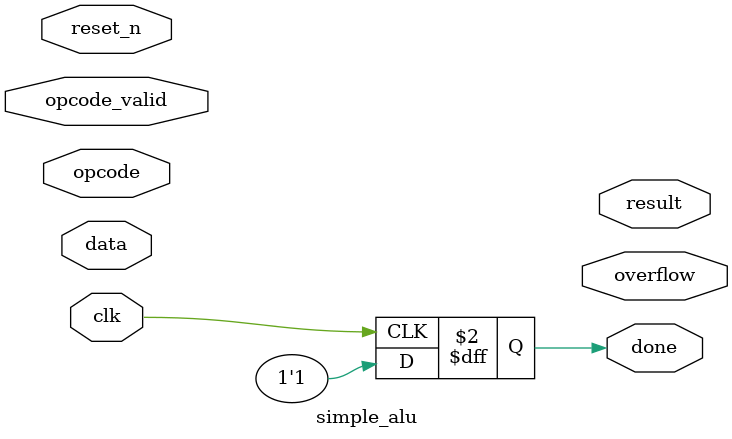
<source format=v>
module simple_alu(clk, reset_n, opcode_valid, opcode, data, done, result, overflow);

parameter DATA_WIDTH = 8;

input clk;
input reset_n;
input opcode_valid;
input opcode;
input [DATA_WIDTH-1:0] data;

output done;
output [DATA_WIDTH-1:0] result;
output overflow;

reg overflow;

wire overflow_buf;

reg done;
reg [DATA_WIDTH-1:0] result;

always @(posedge clk)
begin
    $display("\n opcode_valid: %h \t opcode: %h \t data: %h \t reset_n: %h", opcode_valid, opcode, data, reset_n);
    done = 1'b1;
end






endmodule


</source>
